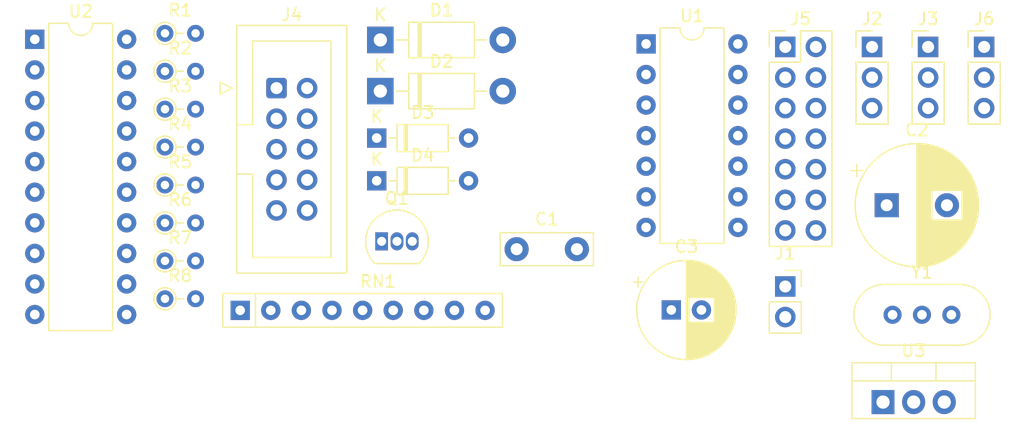
<source format=kicad_pcb>
(kicad_pcb (version 20221018) (generator pcbnew)
  (layers (0 "F.Cu" signal) (31 "B.Cu" signal) (34 "B.Paste" user) (35 "F.Paste" user) (36 "B.SilkS" user "B.Silkscreen") (37 "F.SilkS" user "F.Silkscreen") (38 "B.Mask" user) (39 "F.Mask" user) (44 "Edge.Cuts" user))
  (net 0 "")
  (net 1 "Net-(D1-A)")
  (net 2 "Net-(D2-A)")
  (net 3 "RXD")
  (net 4 "Net-(D3-A)")
  (net 5 "Net-(D4-A)")
  (net 6 "MOSI")
  (net 7 "+5V")
  (net 9 "GND")
  (net 10 "Reset")
  (net 11 "SCK")
  (net 12 "MISO")
  (net 13 "LED")
  (net 14 "Net-(Q1-B)")
  (net 15 "Net-(J2-Pin_1)")
  (net 16 "Net-(R6-Pad1)")
  (net 17 "Net-(J6-Pin_2)")
  (net 18 "PWM")
  (net 19 "Net-(J6-Pin_1)")
  (net 20 "Net-(J5-Pin_7)")
  (net 21 "Net-(J5-Pin_5)")
  (net 22 "Net-(J5-Pin_3)")
  (net 23 "Net-(J5-Pin_1)")
  (net 24 "Net-(J5-Pin_2)")
  (net 25 "TXD")
  (net 26 "Net-(U2-PA1{slash}XTAL2)")
  (net 27 "Net-(U2-PA0{slash}XTAL1)")
  (net 28 "Net-(U2-PD2)")
  (net 29 "Net-(U2-PD3)")
  (net 30 "Net-(U2-PD4)")
  (net 31 "Net-(U2-PD5)")
  (net 32 "Net-(D1-K)")
  (net 33 "+12V")
  (net 34 "Net-(J5-Pin_9)")
  (net 35 "Net-(J5-Pin_10)")
  (net 36 "Net-(J5-Pin_11)")
  (net 37 "Net-(J5-Pin_12)")
  (net 38 "Net-(U1-Pad11)")
  (footprint "Capacitor_THT:CP_Radial_D8.0mm_P2.50mm" (layer "F.Cu") (at 99.274698 66.01)
    (fp_text reference "C3" (at 1.25 -5.25) (layer "F.SilkS"))
    (fp_text value "10uF")
    (pad "1" thru_hole rect (at 0 0) (size 1.6 1.6) (drill 0.8) (layers "*.Cu" "*.Mask") (net 7 "+5V"))
    (pad "2" thru_hole circle (at 2.5 0) (size 1.6 1.6) (drill 0.8) (layers "*.Cu" "*.Mask") (net 9 "GND"))
  )
  (footprint "Resistor_THT:R_Axial_DIN0204_L3.6mm_D1.6mm_P2.54mm_Vertical" (layer "F.Cu") (at 57.26 61.93)
    (fp_text reference "R7" (at 1.27 -1.92) (layer "F.SilkS"))
    (fp_text value "220")
    (pad "1" thru_hole circle (at 0 0) (size 1.4 1.4) (drill 0.7) (layers "*.Cu" "*.Mask") (net 18 "PWM"))
    (pad "2" thru_hole oval (at 2.54 0) (size 1.4 1.4) (drill 0.7) (layers "*.Cu" "*.Mask") (net 14 "Net-(Q1-B)"))
  )
  (footprint "Connector_PinSocket_2.54mm:PinSocket_1x02_P2.54mm_Vertical" (layer "F.Cu") (at 108.73 64.06)
    (fp_text reference "J1" (at 0 -2.77) (layer "F.SilkS"))
    (fp_text value "Pwr")
    (pad "1" thru_hole rect (at 0 0) (size 1.7 1.7) (drill 1) (layers "*.Cu" "*.Mask") (net 9 "GND"))
    (pad "2" thru_hole oval (at 0 2.54) (size 1.7 1.7) (drill 1) (layers "*.Cu" "*.Mask") (net 33 "+12V"))
  )
  (footprint "Diode_THT:D_DO-41_SOD81_P10.16mm_Horizontal" (layer "F.Cu") (at 75.13 47.83)
    (fp_text reference "D2" (at 5.08 -2.47) (layer "F.SilkS"))
    (fp_text value "1N4002")
    (fp_text user "K" (at 0 -2.1) (layer "F.SilkS"))
    (pad "1" thru_hole rect (at 0 0) (size 2.2 2.2) (drill 1.1) (layers "*.Cu" "*.Mask") (net 32 "Net-(D1-K)"))
    (pad "2" thru_hole oval (at 10.16 0) (size 2.2 2.2) (drill 1.1) (layers "*.Cu" "*.Mask") (net 2 "Net-(D2-A)"))
  )
  (footprint "Connector_IDC:IDC-Header_2x05_P2.54mm_Vertical" (layer "F.Cu") (at 66.515 47.58)
    (fp_text reference "J4" (at 1.27 -6.1) (layer "F.SilkS"))
    (fp_text value "ISP")
    (pad "1" thru_hole roundrect (at 0 0) (size 1.7 1.7) (drill 1) (layers "*.Cu" "*.Mask") (roundrect_rratio 0.147059) (net 6 "MOSI"))
    (pad "2" thru_hole circle (at 2.54 0) (size 1.7 1.7) (drill 1) (layers "*.Cu" "*.Mask") (net 7 "+5V"))
    (pad "3" thru_hole circle (at 0 2.54) (size 1.7 1.7) (drill 1) (layers "*.Cu" "*.Mask"))
    (pad "4" thru_hole circle (at 2.54 2.54) (size 1.7 1.7) (drill 1) (layers "*.Cu" "*.Mask") (net 9 "GND"))
    (pad "5" thru_hole circle (at 0 5.08) (size 1.7 1.7) (drill 1) (layers "*.Cu" "*.Mask") (net 10 "Reset"))
    (pad "6" thru_hole circle (at 2.54 5.08) (size 1.7 1.7) (drill 1) (layers "*.Cu" "*.Mask") (net 9 "GND"))
    (pad "7" thru_hole circle (at 0 7.62) (size 1.7 1.7) (drill 1) (layers "*.Cu" "*.Mask") (net 11 "SCK"))
    (pad "8" thru_hole circle (at 2.54 7.62) (size 1.7 1.7) (drill 1) (layers "*.Cu" "*.Mask") (net 9 "GND"))
    (pad "9" thru_hole circle (at 0 10.16) (size 1.7 1.7) (drill 1) (layers "*.Cu" "*.Mask") (net 12 "MISO"))
    (pad "10" thru_hole circle (at 2.54 10.16) (size 1.7 1.7) (drill 1) (layers "*.Cu" "*.Mask") (net 9 "GND"))
  )
  (footprint "Package_TO_SOT_THT:TO-92_Inline" (layer "F.Cu") (at 75.24 60.31)
    (fp_text reference "Q1" (at 1.27 -3.56) (layer "F.SilkS"))
    (fp_text value "BC547")
    (pad "1" thru_hole rect (at 0 0) (size 1.05 1.5) (drill 0.75) (layers "*.Cu" "*.Mask") (net 13 "LED"))
    (pad "2" thru_hole oval (at 1.27 0) (size 1.05 1.5) (drill 0.75) (layers "*.Cu" "*.Mask") (net 14 "Net-(Q1-B)"))
    (pad "3" thru_hole oval (at 2.54 0) (size 1.05 1.5) (drill 0.75) (layers "*.Cu" "*.Mask") (net 9 "GND"))
  )
  (footprint "Package_TO_SOT_THT:TO-220-3_Vertical" (layer "F.Cu") (at 116.84 73.66)
    (fp_text reference "U3" (at 2.54 -4.27) (layer "F.SilkS"))
    (fp_text value "L7805")
    (pad "1" thru_hole rect (at 0 0) (size 1.905 2) (drill 1.1) (layers "*.Cu" "*.Mask") (net 32 "Net-(D1-K)"))
    (pad "2" thru_hole oval (at 2.54 0) (size 1.905 2) (drill 1.1) (layers "*.Cu" "*.Mask") (net 9 "GND"))
    (pad "3" thru_hole oval (at 5.08 0) (size 1.905 2) (drill 1.1) (layers "*.Cu" "*.Mask") (net 7 "+5V"))
  )
  (footprint "Package_DIP:DIP-20_W7.62mm" (layer "F.Cu") (at 46.46 43.53)
    (fp_text reference "U2" (at 3.81 -2.33) (layer "F.SilkS"))
    (fp_text value "ATtiny2313V-10P")
    (pad "1" thru_hole rect (at 0 0) (size 1.6 1.6) (drill 0.8) (layers "*.Cu" "*.Mask") (net 10 "Reset"))
    (pad "2" thru_hole oval (at 0 2.54) (size 1.6 1.6) (drill 0.8) (layers "*.Cu" "*.Mask") (net 3 "RXD"))
    (pad "3" thru_hole oval (at 0 5.08) (size 1.6 1.6) (drill 0.8) (layers "*.Cu" "*.Mask") (net 25 "TXD"))
    (pad "4" thru_hole oval (at 0 7.62) (size 1.6 1.6) (drill 0.8) (layers "*.Cu" "*.Mask") (net 26 "Net-(U2-PA1{slash}XTAL2)"))
    (pad "5" thru_hole oval (at 0 10.16) (size 1.6 1.6) (drill 0.8) (layers "*.Cu" "*.Mask") (net 27 "Net-(U2-PA0{slash}XTAL1)"))
    (pad "6" thru_hole oval (at 0 12.7) (size 1.6 1.6) (drill 0.8) (layers "*.Cu" "*.Mask") (net 28 "Net-(U2-PD2)"))
    (pad "7" thru_hole oval (at 0 15.24) (size 1.6 1.6) (drill 0.8) (layers "*.Cu" "*.Mask") (net 29 "Net-(U2-PD3)"))
    (pad "8" thru_hole oval (at 0 17.78) (size 1.6 1.6) (drill 0.8) (layers "*.Cu" "*.Mask") (net 30 "Net-(U2-PD4)"))
    (pad "9" thru_hole oval (at 0 20.32) (size 1.6 1.6) (drill 0.8) (layers "*.Cu" "*.Mask") (net 31 "Net-(U2-PD5)"))
    (pad "10" thru_hole oval (at 0 22.86) (size 1.6 1.6) (drill 0.8) (layers "*.Cu" "*.Mask") (net 9 "GND"))
    (pad "11" thru_hole oval (at 7.62 22.86) (size 1.6 1.6) (drill 0.8) (layers "*.Cu" "*.Mask") (net 18 "PWM"))
    (pad "12" thru_hole oval (at 7.62 20.32) (size 1.6 1.6) (drill 0.8) (layers "*.Cu" "*.Mask") (net 20 "Net-(J5-Pin_7)"))
    (pad "13" thru_hole oval (at 7.62 17.78) (size 1.6 1.6) (drill 0.8) (layers "*.Cu" "*.Mask") (net 21 "Net-(J5-Pin_5)"))
    (pad "14" thru_hole oval (at 7.62 15.24) (size 1.6 1.6) (drill 0.8) (layers "*.Cu" "*.Mask") (net 22 "Net-(J5-Pin_3)"))
    (pad "15" thru_hole oval (at 7.62 12.7) (size 1.6 1.6) (drill 0.8) (layers "*.Cu" "*.Mask") (net 23 "Net-(J5-Pin_1)"))
    (pad "16" thru_hole oval (at 7.62 10.16) (size 1.6 1.6) (drill 0.8) (layers "*.Cu" "*.Mask") (net 24 "Net-(J5-Pin_2)"))
    (pad "17" thru_hole oval (at 7.62 7.62) (size 1.6 1.6) (drill 0.8) (layers "*.Cu" "*.Mask") (net 6 "MOSI"))
    (pad "18" thru_hole oval (at 7.62 5.08) (size 1.6 1.6) (drill 0.8) (layers "*.Cu" "*.Mask") (net 12 "MISO"))
    (pad "19" thru_hole oval (at 7.62 2.54) (size 1.6 1.6) (drill 0.8) (layers "*.Cu" "*.Mask") (net 11 "SCK"))
    (pad "20" thru_hole oval (at 7.62 0) (size 1.6 1.6) (drill 0.8) (layers "*.Cu" "*.Mask") (net 7 "+5V"))
  )
  (footprint "Connector_PinHeader_2.54mm:PinHeader_2x07_P2.54mm_Vertical" (layer "F.Cu") (at 108.73 44.16)
    (fp_text reference "J5" (at 1.27 -2.33) (layer "F.SilkS"))
    (fp_text value "Pedal")
    (pad "1" thru_hole rect (at 0 0) (size 1.7 1.7) (drill 1) (layers "*.Cu" "*.Mask") (net 23 "Net-(J5-Pin_1)"))
    (pad "2" thru_hole oval (at 2.54 0) (size 1.7 1.7) (drill 1) (layers "*.Cu" "*.Mask") (net 24 "Net-(J5-Pin_2)"))
    (pad "3" thru_hole oval (at 0 2.54) (size 1.7 1.7) (drill 1) (layers "*.Cu" "*.Mask") (net 22 "Net-(J5-Pin_3)"))
    (pad "4" thru_hole oval (at 2.54 2.54) (size 1.7 1.7) (drill 1) (layers "*.Cu" "*.Mask") (net 6 "MOSI"))
    (pad "5" thru_hole oval (at 0 5.08) (size 1.7 1.7) (drill 1) (layers "*.Cu" "*.Mask") (net 21 "Net-(J5-Pin_5)"))
    (pad "6" thru_hole oval (at 2.54 5.08) (size 1.7 1.7) (drill 1) (layers "*.Cu" "*.Mask") (net 12 "MISO"))
    (pad "7" thru_hole oval (at 0 7.62) (size 1.7 1.7) (drill 1) (layers "*.Cu" "*.Mask") (net 20 "Net-(J5-Pin_7)"))
    (pad "8" thru_hole oval (at 2.54 7.62) (size 1.7 1.7) (drill 1) (layers "*.Cu" "*.Mask") (net 11 "SCK"))
    (pad "9" thru_hole oval (at 0 10.16) (size 1.7 1.7) (drill 1) (layers "*.Cu" "*.Mask") (net 34 "Net-(J5-Pin_9)"))
    (pad "10" thru_hole oval (at 2.54 10.16) (size 1.7 1.7) (drill 1) (layers "*.Cu" "*.Mask") (net 35 "Net-(J5-Pin_10)"))
    (pad "11" thru_hole oval (at 0 12.7) (size 1.7 1.7) (drill 1) (layers "*.Cu" "*.Mask") (net 36 "Net-(J5-Pin_11)"))
    (pad "12" thru_hole oval (at 2.54 12.7) (size 1.7 1.7) (drill 1) (layers "*.Cu" "*.Mask") (net 37 "Net-(J5-Pin_12)"))
    (pad "13" thru_hole oval (at 0 15.24) (size 1.7 1.7) (drill 1) (layers "*.Cu" "*.Mask") (net 13 "LED"))
    (pad "14" thru_hole oval (at 2.54 15.24) (size 1.7 1.7) (drill 1) (layers "*.Cu" "*.Mask") (net 7 "+5V"))
  )
  (footprint "Connector_PinHeader_2.54mm:PinHeader_1x03_P2.54mm_Vertical" (layer "F.Cu") (at 120.58 44.16)
    (fp_text reference "J3" (at 0 -2.33) (layer "F.SilkS"))
    (fp_text value "Switch")
    (pad "1" thru_hole rect (at 0 0) (size 1.7 1.7) (drill 1) (layers "*.Cu" "*.Mask") (net 1 "Net-(D1-A)"))
    (pad "2" thru_hole oval (at 0 2.54) (size 1.7 1.7) (drill 1) (layers "*.Cu" "*.Mask") (net 33 "+12V"))
    (pad "3" thru_hole oval (at 0 5.08) (size 1.7 1.7) (drill 1) (layers "*.Cu" "*.Mask") (net 2 "Net-(D2-A)"))
  )
  (footprint "Resistor_THT:R_Axial_DIN0204_L3.6mm_D1.6mm_P2.54mm_Vertical" (layer "F.Cu") (at 57.26 58.78)
    (fp_text reference "R6" (at 1.27 -1.92) (layer "F.SilkS"))
    (fp_text value "220")
    (pad "1" thru_hole circle (at 0 0) (size 1.4 1.4) (drill 0.7) (layers "*.Cu" "*.Mask") (net 16 "Net-(R6-Pad1)"))
    (pad "2" thru_hole oval (at 2.54 0) (size 1.4 1.4) (drill 0.7) (layers "*.Cu" "*.Mask") (net 17 "Net-(J6-Pin_2)"))
  )
  (footprint "Package_DIP:DIP-14_W7.62mm" (layer "F.Cu") (at 97.18 43.91)
    (fp_text reference "U1" (at 3.81 -2.33) (layer "F.SilkS"))
    (fp_text value "4069")
    (pad "1" thru_hole rect (at 0 0) (size 1.6 1.6) (drill 0.8) (layers "*.Cu" "*.Mask") (net 31 "Net-(U2-PD5)"))
    (pad "2" thru_hole oval (at 0 2.54) (size 1.6 1.6) (drill 0.8) (layers "*.Cu" "*.Mask") (net 34 "Net-(J5-Pin_9)"))
    (pad "3" thru_hole oval (at 0 5.08) (size 1.6 1.6) (drill 0.8) (layers "*.Cu" "*.Mask") (net 30 "Net-(U2-PD4)"))
    (pad "4" thru_hole oval (at 0 7.62) (size 1.6 1.6) (drill 0.8) (layers "*.Cu" "*.Mask") (net 36 "Net-(J5-Pin_11)"))
    (pad "5" thru_hole oval (at 0 10.16) (size 1.6 1.6) (drill 0.8) (layers "*.Cu" "*.Mask") (net 29 "Net-(U2-PD3)"))
    (pad "6" thru_hole oval (at 0 12.7) (size 1.6 1.6) (drill 0.8) (layers "*.Cu" "*.Mask") (net 37 "Net-(J5-Pin_12)"))
    (pad "7" thru_hole oval (at 0 15.24) (size 1.6 1.6) (drill 0.8) (layers "*.Cu" "*.Mask") (net 9 "GND"))
    (pad "8" thru_hole oval (at 7.62 15.24) (size 1.6 1.6) (drill 0.8) (layers "*.Cu" "*.Mask") (net 35 "Net-(J5-Pin_10)"))
    (pad "9" thru_hole oval (at 7.62 12.7) (size 1.6 1.6) (drill 0.8) (layers "*.Cu" "*.Mask") (net 28 "Net-(U2-PD2)"))
    (pad "10" thru_hole oval (at 7.62 10.16) (size 1.6 1.6) (drill 0.8) (layers "*.Cu" "*.Mask") (net 16 "Net-(R6-Pad1)"))
    (pad "11" thru_hole oval (at 7.62 7.62) (size 1.6 1.6) (drill 0.8) (layers "*.Cu" "*.Mask") (net 38 "Net-(U1-Pad11)"))
    (pad "12" thru_hole oval (at 7.62 5.08) (size 1.6 1.6) (drill 0.8) (layers "*.Cu" "*.Mask") (net 38 "Net-(U1-Pad11)"))
    (pad "13" thru_hole oval (at 7.62 2.54) (size 1.6 1.6) (drill 0.8) (layers "*.Cu" "*.Mask") (net 25 "TXD"))
    (pad "14" thru_hole oval (at 7.62 0) (size 1.6 1.6) (drill 0.8) (layers "*.Cu" "*.Mask") (net 7 "+5V"))
  )
  (footprint "Resistor_THT:R_Axial_DIN0204_L3.6mm_D1.6mm_P2.54mm_Vertical" (layer "F.Cu") (at 57.26 55.63)
    (fp_text reference "R5" (at 1.27 -1.92) (layer "F.SilkS"))
    (fp_text value "220")
    (pad "1" thru_hole circle (at 0 0) (size 1.4 1.4) (drill 0.7) (layers "*.Cu" "*.Mask") (net 4 "Net-(D3-A)"))
    (pad "2" thru_hole oval (at 2.54 0) (size 1.4 1.4) (drill 0.7) (layers "*.Cu" "*.Mask") (net 2 "Net-(D2-A)"))
  )
  (footprint "Connector_PinHeader_2.54mm:PinHeader_1x03_P2.54mm_Vertical" (layer "F.Cu") (at 125.23 44.16)
    (fp_text reference "J6" (at 0 -2.33) (layer "F.SilkS"))
    (fp_text value "MIDI Out")
    (pad "1" thru_hole rect (at 0 0) (size 1.7 1.7) (drill 1) (layers "*.Cu" "*.Mask") (net 19 "Net-(J6-Pin_1)"))
    (pad "2" thru_hole oval (at 0 2.54) (size 1.7 1.7) (drill 1) (layers "*.Cu" "*.Mask") (net 17 "Net-(J6-Pin_2)"))
    (pad "3" thru_hole oval (at 0 5.08) (size 1.7 1.7) (drill 1) (layers "*.Cu" "*.Mask") (net 9 "GND"))
  )
  (footprint "Resistor_THT:R_Axial_DIN0204_L3.6mm_D1.6mm_P2.54mm_Vertical" (layer "F.Cu") (at 57.26 49.33)
    (fp_text reference "R3" (at 1.27 -1.92) (layer "F.SilkS"))
    (fp_text value "220")
    (pad "1" thru_hole circle (at 0 0) (size 1.4 1.4) (drill 0.7) (layers "*.Cu" "*.Mask") (net 9 "GND"))
    (pad "2" thru_hole oval (at 2.54 0) (size 1.4 1.4) (drill 0.7) (layers "*.Cu" "*.Mask") (net 4 "Net-(D3-A)"))
  )
  (footprint "Capacitor_THT:C_Disc_D7.5mm_W2.5mm_P5.00mm" (layer "F.Cu") (at 86.44 60.96)
    (fp_text reference "C1" (at 2.5 -2.5) (layer "F.SilkS"))
    (fp_text value "100nF")
    (pad "1" thru_hole circle (at 0 0) (size 2 2) (drill 1) (layers "*.Cu" "*.Mask") (net 7 "+5V"))
    (pad "2" thru_hole circle (at 5 0) (size 2 2) (drill 1) (layers "*.Cu" "*.Mask") (net 9 "GND"))
  )
  (footprint "Capacitor_THT:CP_Radial_D10.0mm_P5.00mm" (layer "F.Cu") (at 117.144646 57.31)
    (fp_text reference "C2" (at 2.5 -6.25) (layer "F.SilkS"))
    (fp_text value "220uF")
    (pad "1" thru_hole rect (at 0 0) (size 2 2) (drill 1) (layers "*.Cu" "*.Mask") (net 32 "Net-(D1-K)"))
    (pad "2" thru_hole circle (at 5 0) (size 2 2) (drill 1) (layers "*.Cu" "*.Mask") (net 9 "GND"))
  )
  (footprint "Resistor_THT:R_Axial_DIN0204_L3.6mm_D1.6mm_P2.54mm_Vertical" (layer "F.Cu") (at 57.26 46.18)
    (fp_text reference "R2" (at 1.27 -1.92) (layer "F.SilkS"))
    (fp_text value "220")
    (pad "1" thru_hole circle (at 0 0) (size 1.4 1.4) (drill 0.7) (layers "*.Cu" "*.Mask") (net 4 "Net-(D3-A)"))
    (pad "2" thru_hole oval (at 2.54 0) (size 1.4 1.4) (drill 0.7) (layers "*.Cu" "*.Mask") (net 2 "Net-(D2-A)"))
  )
  (footprint "Connector_PinHeader_2.54mm:PinHeader_1x03_P2.54mm_Vertical" (layer "F.Cu") (at 115.93 44.16)
    (fp_text reference "J2" (at 0 -2.33) (layer "F.SilkS"))
    (fp_text value "Control")
    (pad "1" thru_hole rect (at 0 0) (size 1.7 1.7) (drill 1) (layers "*.Cu" "*.Mask") (net 15 "Net-(J2-Pin_1)"))
    (pad "2" thru_hole oval (at 0 2.54) (size 1.7 1.7) (drill 1) (layers "*.Cu" "*.Mask") (net 33 "+12V"))
    (pad "3" thru_hole oval (at 0 5.08) (size 1.7 1.7) (drill 1) (layers "*.Cu" "*.Mask") (net 9 "GND"))
  )
  (footprint "Diode_THT:D_DO-41_SOD81_P10.16mm_Horizontal" (layer "F.Cu") (at 75.13 43.58)
    (fp_text reference "D1" (at 5.08 -2.47) (layer "F.SilkS"))
    (fp_text value "1N4002")
    (fp_text user "K" (at 0 -2.1) (layer "F.SilkS"))
    (pad "1" thru_hole rect (at 0 0) (size 2.2 2.2) (drill 1.1) (layers "*.Cu" "*.Mask") (net 32 "Net-(D1-K)"))
    (pad "2" thru_hole oval (at 10.16 0) (size 2.2 2.2) (drill 1.1) (layers "*.Cu" "*.Mask") (net 1 "Net-(D1-A)"))
  )
  (footprint "Diode_THT:D_DO-35_SOD27_P7.62mm_Horizontal" (layer "F.Cu") (at 74.83 51.73)
    (fp_text reference "D3" (at 3.81 -2.12) (layer "F.SilkS"))
    (fp_text value "1N4148")
    (fp_text user "K" (at 0 -1.8) (layer "F.SilkS"))
    (pad "1" thru_hole rect (at 0 0) (size 1.6 1.6) (drill 0.8) (layers "*.Cu" "*.Mask") (net 3 "RXD"))
    (pad "2" thru_hole oval (at 7.62 0) (size 1.6 1.6) (drill 0.8) (layers "*.Cu" "*.Mask") (net 4 "Net-(D3-A)"))
  )
  (footprint "Crystal:Crystal_HC49-U-3Pin_Vertical" (layer "F.Cu") (at 117.63 66.41)
    (fp_text reference "Y1" (at 2.44 -3.525) (layer "F.SilkS"))
    (fp_text value "4Mhz")
    (pad "1" thru_hole circle (at 0 0) (size 1.5 1.5) (drill 0.8) (layers "*.Cu" "*.Mask") (net 27 "Net-(U2-PA0{slash}XTAL1)"))
    (pad "2" thru_hole circle (at 2.44 0) (size 1.5 1.5) (drill 0.8) (layers "*.Cu" "*.Mask") (net 9 "GND"))
    (pad "3" thru_hole circle (at 4.88 0) (size 1.5 1.5) (drill 0.8) (layers "*.Cu" "*.Mask") (net 26 "Net-(U2-PA1{slash}XTAL2)"))
  )
  (footprint "Resistor_THT:R_Axial_DIN0204_L3.6mm_D1.6mm_P2.54mm_Vertical" (layer "F.Cu") (at 57.26 43.03)
    (fp_text reference "R1" (at 1.27 -1.92) (layer "F.SilkS"))
    (fp_text value "220")
    (pad "1" thru_hole circle (at 0 0) (size 1.4 1.4) (drill 0.7) (layers "*.Cu" "*.Mask") (net 5 "Net-(D4-A)"))
    (pad "2" thru_hole oval (at 2.54 0) (size 1.4 1.4) (drill 0.7) (layers "*.Cu" "*.Mask") (net 15 "Net-(J2-Pin_1)"))
  )
  (footprint "Diode_THT:D_DO-35_SOD27_P7.62mm_Horizontal" (layer "F.Cu") (at 74.83 55.28)
    (fp_text reference "D4" (at 3.81 -2.12) (layer "F.SilkS"))
    (fp_text value "1N4148")
    (fp_text user "K" (at 0 -1.8) (layer "F.SilkS"))
    (pad "1" thru_hole rect (at 0 0) (size 1.6 1.6) (drill 0.8) (layers "*.Cu" "*.Mask") (net 3 "RXD"))
    (pad "2" thru_hole oval (at 7.62 0) (size 1.6 1.6) (drill 0.8) (layers "*.Cu" "*.Mask") (net 5 "Net-(D4-A)"))
  )
  (footprint "Resistor_THT:R_Axial_DIN0204_L3.6mm_D1.6mm_P2.54mm_Vertical" (layer "F.Cu") (at 57.26 52.48)
    (fp_text reference "R4" (at 1.27 -1.92) (layer "F.SilkS"))
    (fp_text value "220")
    (pad "1" thru_hole circle (at 0 0) (size 1.4 1.4) (drill 0.7) (layers "*.Cu" "*.Mask") (net 7 "+5V"))
    (pad "2" thru_hole oval (at 2.54 0) (size 1.4 1.4) (drill 0.7) (layers "*.Cu" "*.Mask") (net 10 "Reset"))
  )
  (footprint "Resistor_THT:R_Array_SIP9" (layer "F.Cu") (at 63.5 66.04)
    (fp_text reference "RN1" (at 11.43 -2.4) (layer "F.SilkS"))
    (fp_text value "4k7")
    (pad "1" thru_hole rect (at 0 0) (size 1.6 1.6) (drill 0.8) (layers "*.Cu" "*.Mask") (net 9 "GND"))
    (pad "2" thru_hole oval (at 2.54 0) (size 1.6 1.6) (drill 0.8) (layers "*.Cu" "*.Mask") (net 20 "Net-(J5-Pin_7)"))
    (pad "3" thru_hole oval (at 5.08 0) (size 1.6 1.6) (drill 0.8) (layers "*.Cu" "*.Mask") (net 21 "Net-(J5-Pin_5)"))
    (pad "4" thru_hole oval (at 7.62 0) (size 1.6 1.6) (drill 0.8) (layers "*.Cu" "*.Mask") (net 22 "Net-(J5-Pin_3)"))
    (pad "5" thru_hole oval (at 10.16 0) (size 1.6 1.6) (drill 0.8) (layers "*.Cu" "*.Mask") (net 23 "Net-(J5-Pin_1)"))
    (pad "6" thru_hole oval (at 12.7 0) (size 1.6 1.6) (drill 0.8) (layers "*.Cu" "*.Mask") (net 24 "Net-(J5-Pin_2)"))
    (pad "7" thru_hole oval (at 15.24 0) (size 1.6 1.6) (drill 0.8) (layers "*.Cu" "*.Mask") (net 6 "MOSI"))
    (pad "8" thru_hole oval (at 17.78 0) (size 1.6 1.6) (drill 0.8) (layers "*.Cu" "*.Mask") (net 12 "MISO"))
    (pad "9" thru_hole oval (at 20.32 0) (size 1.6 1.6) (drill 0.8) (layers "*.Cu" "*.Mask") (net 11 "SCK"))
  )
  (footprint "Resistor_THT:R_Axial_DIN0204_L3.6mm_D1.6mm_P2.54mm_Vertical" (layer "F.Cu") (at 57.26 65.08)
    (fp_text reference "R8" (at 1.27 -1.92) (layer "F.SilkS"))
    (fp_text value "220")
    (pad "1" thru_hole circle (at 0 0) (size 1.4 1.4) (drill 0.7) (layers "*.Cu" "*.Mask") (net 7 "+5V"))
    (pad "2" thru_hole oval (at 2.54 0) (size 1.4 1.4) (drill 0.7) (layers "*.Cu" "*.Mask") (net 19 "Net-(J6-Pin_1)"))
  )
)
</source>
